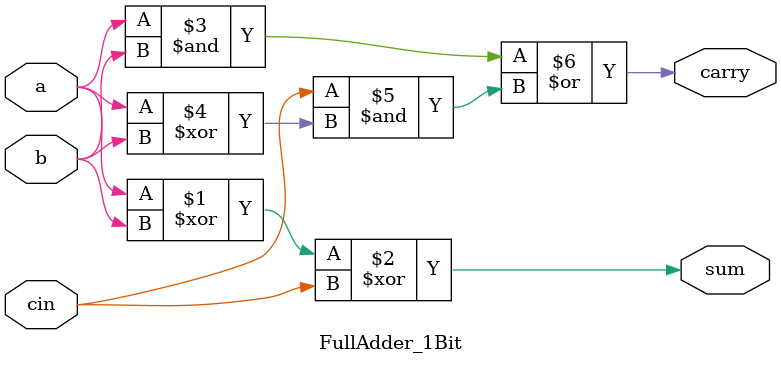
<source format=v>
module FullAdder_1Bit(a,b,cin,sum,carry);
input a,b,cin;
output sum,carry;
assign sum = (a^b)^cin;
assign carry = (a&b)|(cin&(a^b));

endmodule

</source>
